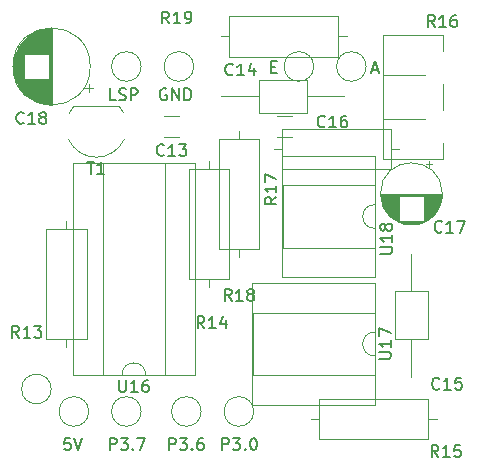
<source format=gbr>
%TF.GenerationSoftware,KiCad,Pcbnew,5.1.10*%
%TF.CreationDate,2021-12-06T21:23:56+01:00*%
%TF.ProjectId,Magnetbandanschluss,4d61676e-6574-4626-916e-64616e736368,rev?*%
%TF.SameCoordinates,Original*%
%TF.FileFunction,Legend,Top*%
%TF.FilePolarity,Positive*%
%FSLAX46Y46*%
G04 Gerber Fmt 4.6, Leading zero omitted, Abs format (unit mm)*
G04 Created by KiCad (PCBNEW 5.1.10) date 2021-12-06 21:23:56*
%MOMM*%
%LPD*%
G01*
G04 APERTURE LIST*
%ADD10C,0.150000*%
%ADD11C,0.120000*%
G04 APERTURE END LIST*
D10*
X126861904Y-125366666D02*
X127338095Y-125366666D01*
X126766666Y-125652380D02*
X127100000Y-124652380D01*
X127433333Y-125652380D01*
X118285714Y-125128571D02*
X118619047Y-125128571D01*
X118761904Y-125652380D02*
X118285714Y-125652380D01*
X118285714Y-124652380D01*
X118761904Y-124652380D01*
X105133333Y-127952380D02*
X104657142Y-127952380D01*
X104657142Y-126952380D01*
X105419047Y-127904761D02*
X105561904Y-127952380D01*
X105800000Y-127952380D01*
X105895238Y-127904761D01*
X105942857Y-127857142D01*
X105990476Y-127761904D01*
X105990476Y-127666666D01*
X105942857Y-127571428D01*
X105895238Y-127523809D01*
X105800000Y-127476190D01*
X105609523Y-127428571D01*
X105514285Y-127380952D01*
X105466666Y-127333333D01*
X105419047Y-127238095D01*
X105419047Y-127142857D01*
X105466666Y-127047619D01*
X105514285Y-127000000D01*
X105609523Y-126952380D01*
X105847619Y-126952380D01*
X105990476Y-127000000D01*
X106419047Y-127952380D02*
X106419047Y-126952380D01*
X106800000Y-126952380D01*
X106895238Y-127000000D01*
X106942857Y-127047619D01*
X106990476Y-127142857D01*
X106990476Y-127285714D01*
X106942857Y-127380952D01*
X106895238Y-127428571D01*
X106800000Y-127476190D01*
X106419047Y-127476190D01*
X109438095Y-127000000D02*
X109342857Y-126952380D01*
X109200000Y-126952380D01*
X109057142Y-127000000D01*
X108961904Y-127095238D01*
X108914285Y-127190476D01*
X108866666Y-127380952D01*
X108866666Y-127523809D01*
X108914285Y-127714285D01*
X108961904Y-127809523D01*
X109057142Y-127904761D01*
X109200000Y-127952380D01*
X109295238Y-127952380D01*
X109438095Y-127904761D01*
X109485714Y-127857142D01*
X109485714Y-127523809D01*
X109295238Y-127523809D01*
X109914285Y-127952380D02*
X109914285Y-126952380D01*
X110485714Y-127952380D01*
X110485714Y-126952380D01*
X110961904Y-127952380D02*
X110961904Y-126952380D01*
X111200000Y-126952380D01*
X111342857Y-127000000D01*
X111438095Y-127095238D01*
X111485714Y-127190476D01*
X111533333Y-127380952D01*
X111533333Y-127523809D01*
X111485714Y-127714285D01*
X111438095Y-127809523D01*
X111342857Y-127904761D01*
X111200000Y-127952380D01*
X110961904Y-127952380D01*
X101309523Y-156552380D02*
X100833333Y-156552380D01*
X100785714Y-157028571D01*
X100833333Y-156980952D01*
X100928571Y-156933333D01*
X101166666Y-156933333D01*
X101261904Y-156980952D01*
X101309523Y-157028571D01*
X101357142Y-157123809D01*
X101357142Y-157361904D01*
X101309523Y-157457142D01*
X101261904Y-157504761D01*
X101166666Y-157552380D01*
X100928571Y-157552380D01*
X100833333Y-157504761D01*
X100785714Y-157457142D01*
X101642857Y-156552380D02*
X101976190Y-157552380D01*
X102309523Y-156552380D01*
X104647619Y-157552380D02*
X104647619Y-156552380D01*
X105028571Y-156552380D01*
X105123809Y-156600000D01*
X105171428Y-156647619D01*
X105219047Y-156742857D01*
X105219047Y-156885714D01*
X105171428Y-156980952D01*
X105123809Y-157028571D01*
X105028571Y-157076190D01*
X104647619Y-157076190D01*
X105552380Y-156552380D02*
X106171428Y-156552380D01*
X105838095Y-156933333D01*
X105980952Y-156933333D01*
X106076190Y-156980952D01*
X106123809Y-157028571D01*
X106171428Y-157123809D01*
X106171428Y-157361904D01*
X106123809Y-157457142D01*
X106076190Y-157504761D01*
X105980952Y-157552380D01*
X105695238Y-157552380D01*
X105600000Y-157504761D01*
X105552380Y-157457142D01*
X106600000Y-157457142D02*
X106647619Y-157504761D01*
X106600000Y-157552380D01*
X106552380Y-157504761D01*
X106600000Y-157457142D01*
X106600000Y-157552380D01*
X106980952Y-156552380D02*
X107647619Y-156552380D01*
X107219047Y-157552380D01*
X109647619Y-157552380D02*
X109647619Y-156552380D01*
X110028571Y-156552380D01*
X110123809Y-156600000D01*
X110171428Y-156647619D01*
X110219047Y-156742857D01*
X110219047Y-156885714D01*
X110171428Y-156980952D01*
X110123809Y-157028571D01*
X110028571Y-157076190D01*
X109647619Y-157076190D01*
X110552380Y-156552380D02*
X111171428Y-156552380D01*
X110838095Y-156933333D01*
X110980952Y-156933333D01*
X111076190Y-156980952D01*
X111123809Y-157028571D01*
X111171428Y-157123809D01*
X111171428Y-157361904D01*
X111123809Y-157457142D01*
X111076190Y-157504761D01*
X110980952Y-157552380D01*
X110695238Y-157552380D01*
X110600000Y-157504761D01*
X110552380Y-157457142D01*
X111600000Y-157457142D02*
X111647619Y-157504761D01*
X111600000Y-157552380D01*
X111552380Y-157504761D01*
X111600000Y-157457142D01*
X111600000Y-157552380D01*
X112504761Y-156552380D02*
X112314285Y-156552380D01*
X112219047Y-156600000D01*
X112171428Y-156647619D01*
X112076190Y-156790476D01*
X112028571Y-156980952D01*
X112028571Y-157361904D01*
X112076190Y-157457142D01*
X112123809Y-157504761D01*
X112219047Y-157552380D01*
X112409523Y-157552380D01*
X112504761Y-157504761D01*
X112552380Y-157457142D01*
X112600000Y-157361904D01*
X112600000Y-157123809D01*
X112552380Y-157028571D01*
X112504761Y-156980952D01*
X112409523Y-156933333D01*
X112219047Y-156933333D01*
X112123809Y-156980952D01*
X112076190Y-157028571D01*
X112028571Y-157123809D01*
X114147619Y-157552380D02*
X114147619Y-156552380D01*
X114528571Y-156552380D01*
X114623809Y-156600000D01*
X114671428Y-156647619D01*
X114719047Y-156742857D01*
X114719047Y-156885714D01*
X114671428Y-156980952D01*
X114623809Y-157028571D01*
X114528571Y-157076190D01*
X114147619Y-157076190D01*
X115052380Y-156552380D02*
X115671428Y-156552380D01*
X115338095Y-156933333D01*
X115480952Y-156933333D01*
X115576190Y-156980952D01*
X115623809Y-157028571D01*
X115671428Y-157123809D01*
X115671428Y-157361904D01*
X115623809Y-157457142D01*
X115576190Y-157504761D01*
X115480952Y-157552380D01*
X115195238Y-157552380D01*
X115100000Y-157504761D01*
X115052380Y-157457142D01*
X116100000Y-157457142D02*
X116147619Y-157504761D01*
X116100000Y-157552380D01*
X116052380Y-157504761D01*
X116100000Y-157457142D01*
X116100000Y-157552380D01*
X116766666Y-156552380D02*
X116861904Y-156552380D01*
X116957142Y-156600000D01*
X117004761Y-156647619D01*
X117052380Y-156742857D01*
X117100000Y-156933333D01*
X117100000Y-157171428D01*
X117052380Y-157361904D01*
X117004761Y-157457142D01*
X116957142Y-157504761D01*
X116861904Y-157552380D01*
X116766666Y-157552380D01*
X116671428Y-157504761D01*
X116623809Y-157457142D01*
X116576190Y-157361904D01*
X116528571Y-157171428D01*
X116528571Y-156933333D01*
X116576190Y-156742857D01*
X116623809Y-156647619D01*
X116671428Y-156600000D01*
X116766666Y-156552380D01*
D11*
%TO.C,TP4*%
X99676000Y-152400000D02*
G75*
G03*
X99676000Y-152400000I-1251000J0D01*
G01*
%TO.C,TP3*%
X107296000Y-125095000D02*
G75*
G03*
X107296000Y-125095000I-1251000J0D01*
G01*
%TO.C,TP2*%
X126346000Y-125095000D02*
G75*
G03*
X126346000Y-125095000I-1251000J0D01*
G01*
%TO.C,TP1*%
X121901000Y-125095000D02*
G75*
G03*
X121901000Y-125095000I-1251000J0D01*
G01*
%TO.C,X12*%
X116821000Y-154305000D02*
G75*
G03*
X116821000Y-154305000I-1251000J0D01*
G01*
%TO.C,X4*%
X111741000Y-125095000D02*
G75*
G03*
X111741000Y-125095000I-1251000J0D01*
G01*
%TO.C,X3*%
X112376000Y-154305000D02*
G75*
G03*
X112376000Y-154305000I-1251000J0D01*
G01*
%TO.C,X2*%
X107296000Y-154305000D02*
G75*
G03*
X107296000Y-154305000I-1251000J0D01*
G01*
%TO.C,X1*%
X102851000Y-154305000D02*
G75*
G03*
X102851000Y-154305000I-1251000J0D01*
G01*
%TO.C,R18*%
X115570000Y-130580000D02*
X115570000Y-131270000D01*
X115570000Y-141200000D02*
X115570000Y-140510000D01*
X113850000Y-131270000D02*
X113850000Y-140510000D01*
X117290000Y-131270000D02*
X113850000Y-131270000D01*
X117290000Y-140510000D02*
X117290000Y-131270000D01*
X113850000Y-140510000D02*
X117290000Y-140510000D01*
%TO.C,R17*%
X129135000Y-132080000D02*
X128445000Y-132080000D01*
X118515000Y-132080000D02*
X119205000Y-132080000D01*
X128445000Y-130360000D02*
X119205000Y-130360000D01*
X128445000Y-133800000D02*
X128445000Y-130360000D01*
X119205000Y-133800000D02*
X128445000Y-133800000D01*
X119205000Y-130360000D02*
X119205000Y-133800000D01*
%TO.C,R16*%
X127795000Y-129545000D02*
X127795000Y-125805000D01*
X132836000Y-128749000D02*
X132836000Y-126600000D01*
X131334000Y-125805000D02*
X127795000Y-125805000D01*
X131334000Y-129545000D02*
X127795000Y-129545000D01*
X132836000Y-128749000D02*
X132836000Y-126600000D01*
X132836000Y-132946000D02*
X132836000Y-131601000D01*
X132836000Y-123750000D02*
X132836000Y-122405000D01*
X127795000Y-132946000D02*
X127795000Y-122405000D01*
X132836000Y-122405000D02*
X127795000Y-122405000D01*
X132836000Y-132946000D02*
X127795000Y-132946000D01*
%TO.C,C16*%
X120029000Y-129255000D02*
X118771000Y-129255000D01*
X120029000Y-131095000D02*
X118771000Y-131095000D01*
%TO.C,R19*%
X124690000Y-122555000D02*
X124000000Y-122555000D01*
X114070000Y-122555000D02*
X114760000Y-122555000D01*
X124000000Y-120835000D02*
X114760000Y-120835000D01*
X124000000Y-124275000D02*
X124000000Y-120835000D01*
X114760000Y-124275000D02*
X124000000Y-124275000D01*
X114760000Y-120835000D02*
X114760000Y-124275000D01*
%TO.C,C14*%
X124490000Y-127635000D02*
X121300000Y-127635000D01*
X114070000Y-127635000D02*
X117260000Y-127635000D01*
X121300000Y-126215000D02*
X117260000Y-126215000D01*
X121300000Y-129055000D02*
X121300000Y-126215000D01*
X117260000Y-129055000D02*
X121300000Y-129055000D01*
X117260000Y-126215000D02*
X117260000Y-129055000D01*
%TO.C,C13*%
X110504000Y-129255000D02*
X109246000Y-129255000D01*
X110504000Y-131095000D02*
X109246000Y-131095000D01*
%TO.C,R13*%
X100965000Y-148820000D02*
X100965000Y-148130000D01*
X100965000Y-138200000D02*
X100965000Y-138890000D01*
X102685000Y-148130000D02*
X102685000Y-138890000D01*
X99245000Y-148130000D02*
X102685000Y-148130000D01*
X99245000Y-138890000D02*
X99245000Y-148130000D01*
X102685000Y-138890000D02*
X99245000Y-138890000D01*
%TO.C,T1*%
X105445000Y-128475000D02*
X101595000Y-128475000D01*
X101202617Y-129062736D02*
G75*
G02*
X101595000Y-128475000I2302383J-1112264D01*
G01*
X101148600Y-131273807D02*
G75*
G03*
X103505000Y-132775000I2356400J1098807D01*
G01*
X105861400Y-131273807D02*
G75*
G02*
X103505000Y-132775000I-2356400J1098807D01*
G01*
X105827631Y-129052955D02*
G75*
G03*
X105445000Y-128475000I-2322631J-1122045D01*
G01*
%TO.C,C17*%
X131900000Y-133315225D02*
X131400000Y-133315225D01*
X131650000Y-133065225D02*
X131650000Y-133565225D01*
X130459000Y-138471000D02*
X129891000Y-138471000D01*
X130693000Y-138431000D02*
X129657000Y-138431000D01*
X130852000Y-138391000D02*
X129498000Y-138391000D01*
X130980000Y-138351000D02*
X129370000Y-138351000D01*
X131090000Y-138311000D02*
X129260000Y-138311000D01*
X131186000Y-138271000D02*
X129164000Y-138271000D01*
X131273000Y-138231000D02*
X129077000Y-138231000D01*
X131353000Y-138191000D02*
X128997000Y-138191000D01*
X129135000Y-138151000D02*
X128924000Y-138151000D01*
X131426000Y-138151000D02*
X131215000Y-138151000D01*
X129135000Y-138111000D02*
X128856000Y-138111000D01*
X131494000Y-138111000D02*
X131215000Y-138111000D01*
X129135000Y-138071000D02*
X128792000Y-138071000D01*
X131558000Y-138071000D02*
X131215000Y-138071000D01*
X129135000Y-138031000D02*
X128732000Y-138031000D01*
X131618000Y-138031000D02*
X131215000Y-138031000D01*
X129135000Y-137991000D02*
X128675000Y-137991000D01*
X131675000Y-137991000D02*
X131215000Y-137991000D01*
X129135000Y-137951000D02*
X128621000Y-137951000D01*
X131729000Y-137951000D02*
X131215000Y-137951000D01*
X129135000Y-137911000D02*
X128570000Y-137911000D01*
X131780000Y-137911000D02*
X131215000Y-137911000D01*
X129135000Y-137871000D02*
X128522000Y-137871000D01*
X131828000Y-137871000D02*
X131215000Y-137871000D01*
X129135000Y-137831000D02*
X128476000Y-137831000D01*
X131874000Y-137831000D02*
X131215000Y-137831000D01*
X129135000Y-137791000D02*
X128432000Y-137791000D01*
X131918000Y-137791000D02*
X131215000Y-137791000D01*
X129135000Y-137751000D02*
X128390000Y-137751000D01*
X131960000Y-137751000D02*
X131215000Y-137751000D01*
X129135000Y-137711000D02*
X128349000Y-137711000D01*
X132001000Y-137711000D02*
X131215000Y-137711000D01*
X129135000Y-137671000D02*
X128311000Y-137671000D01*
X132039000Y-137671000D02*
X131215000Y-137671000D01*
X129135000Y-137631000D02*
X128274000Y-137631000D01*
X132076000Y-137631000D02*
X131215000Y-137631000D01*
X129135000Y-137591000D02*
X128238000Y-137591000D01*
X132112000Y-137591000D02*
X131215000Y-137591000D01*
X129135000Y-137551000D02*
X128204000Y-137551000D01*
X132146000Y-137551000D02*
X131215000Y-137551000D01*
X129135000Y-137511000D02*
X128171000Y-137511000D01*
X132179000Y-137511000D02*
X131215000Y-137511000D01*
X129135000Y-137471000D02*
X128140000Y-137471000D01*
X132210000Y-137471000D02*
X131215000Y-137471000D01*
X129135000Y-137431000D02*
X128110000Y-137431000D01*
X132240000Y-137431000D02*
X131215000Y-137431000D01*
X129135000Y-137391000D02*
X128080000Y-137391000D01*
X132270000Y-137391000D02*
X131215000Y-137391000D01*
X129135000Y-137351000D02*
X128053000Y-137351000D01*
X132297000Y-137351000D02*
X131215000Y-137351000D01*
X129135000Y-137311000D02*
X128026000Y-137311000D01*
X132324000Y-137311000D02*
X131215000Y-137311000D01*
X129135000Y-137271000D02*
X128000000Y-137271000D01*
X132350000Y-137271000D02*
X131215000Y-137271000D01*
X129135000Y-137231000D02*
X127975000Y-137231000D01*
X132375000Y-137231000D02*
X131215000Y-137231000D01*
X129135000Y-137191000D02*
X127951000Y-137191000D01*
X132399000Y-137191000D02*
X131215000Y-137191000D01*
X129135000Y-137151000D02*
X127928000Y-137151000D01*
X132422000Y-137151000D02*
X131215000Y-137151000D01*
X129135000Y-137111000D02*
X127907000Y-137111000D01*
X132443000Y-137111000D02*
X131215000Y-137111000D01*
X129135000Y-137071000D02*
X127885000Y-137071000D01*
X132465000Y-137071000D02*
X131215000Y-137071000D01*
X129135000Y-137031000D02*
X127865000Y-137031000D01*
X132485000Y-137031000D02*
X131215000Y-137031000D01*
X129135000Y-136991000D02*
X127846000Y-136991000D01*
X132504000Y-136991000D02*
X131215000Y-136991000D01*
X129135000Y-136951000D02*
X127827000Y-136951000D01*
X132523000Y-136951000D02*
X131215000Y-136951000D01*
X129135000Y-136911000D02*
X127810000Y-136911000D01*
X132540000Y-136911000D02*
X131215000Y-136911000D01*
X129135000Y-136871000D02*
X127793000Y-136871000D01*
X132557000Y-136871000D02*
X131215000Y-136871000D01*
X129135000Y-136831000D02*
X127777000Y-136831000D01*
X132573000Y-136831000D02*
X131215000Y-136831000D01*
X129135000Y-136791000D02*
X127761000Y-136791000D01*
X132589000Y-136791000D02*
X131215000Y-136791000D01*
X129135000Y-136751000D02*
X127747000Y-136751000D01*
X132603000Y-136751000D02*
X131215000Y-136751000D01*
X129135000Y-136711000D02*
X127733000Y-136711000D01*
X132617000Y-136711000D02*
X131215000Y-136711000D01*
X129135000Y-136671000D02*
X127720000Y-136671000D01*
X132630000Y-136671000D02*
X131215000Y-136671000D01*
X129135000Y-136631000D02*
X127707000Y-136631000D01*
X132643000Y-136631000D02*
X131215000Y-136631000D01*
X129135000Y-136591000D02*
X127695000Y-136591000D01*
X132655000Y-136591000D02*
X131215000Y-136591000D01*
X129135000Y-136550000D02*
X127684000Y-136550000D01*
X132666000Y-136550000D02*
X131215000Y-136550000D01*
X129135000Y-136510000D02*
X127674000Y-136510000D01*
X132676000Y-136510000D02*
X131215000Y-136510000D01*
X129135000Y-136470000D02*
X127664000Y-136470000D01*
X132686000Y-136470000D02*
X131215000Y-136470000D01*
X129135000Y-136430000D02*
X127655000Y-136430000D01*
X132695000Y-136430000D02*
X131215000Y-136430000D01*
X129135000Y-136390000D02*
X127647000Y-136390000D01*
X132703000Y-136390000D02*
X131215000Y-136390000D01*
X129135000Y-136350000D02*
X127639000Y-136350000D01*
X132711000Y-136350000D02*
X131215000Y-136350000D01*
X129135000Y-136310000D02*
X127632000Y-136310000D01*
X132718000Y-136310000D02*
X131215000Y-136310000D01*
X129135000Y-136270000D02*
X127625000Y-136270000D01*
X132725000Y-136270000D02*
X131215000Y-136270000D01*
X129135000Y-136230000D02*
X127619000Y-136230000D01*
X132731000Y-136230000D02*
X131215000Y-136230000D01*
X129135000Y-136190000D02*
X127614000Y-136190000D01*
X132736000Y-136190000D02*
X131215000Y-136190000D01*
X129135000Y-136150000D02*
X127610000Y-136150000D01*
X132740000Y-136150000D02*
X131215000Y-136150000D01*
X129135000Y-136110000D02*
X127606000Y-136110000D01*
X132744000Y-136110000D02*
X131215000Y-136110000D01*
X132748000Y-136070000D02*
X127602000Y-136070000D01*
X132751000Y-136030000D02*
X127599000Y-136030000D01*
X132753000Y-135990000D02*
X127597000Y-135990000D01*
X132754000Y-135950000D02*
X127596000Y-135950000D01*
X132755000Y-135910000D02*
X127595000Y-135910000D01*
X132755000Y-135870000D02*
X127595000Y-135870000D01*
X132795000Y-135870000D02*
G75*
G03*
X132795000Y-135870000I-2620000J0D01*
G01*
%TO.C,C15*%
X130175000Y-140940000D02*
X130175000Y-144130000D01*
X130175000Y-151360000D02*
X130175000Y-148170000D01*
X128755000Y-144130000D02*
X128755000Y-148170000D01*
X131595000Y-144130000D02*
X128755000Y-144130000D01*
X131595000Y-148170000D02*
X131595000Y-144130000D01*
X128755000Y-148170000D02*
X131595000Y-148170000D01*
%TO.C,R14*%
X113030000Y-133120000D02*
X113030000Y-133810000D01*
X113030000Y-143740000D02*
X113030000Y-143050000D01*
X111310000Y-133810000D02*
X111310000Y-143050000D01*
X114750000Y-133810000D02*
X111310000Y-133810000D01*
X114750000Y-143050000D02*
X114750000Y-133810000D01*
X111310000Y-143050000D02*
X114750000Y-143050000D01*
%TO.C,R15*%
X132310000Y-154940000D02*
X131620000Y-154940000D01*
X121690000Y-154940000D02*
X122380000Y-154940000D01*
X131620000Y-153220000D02*
X122380000Y-153220000D01*
X131620000Y-156660000D02*
X131620000Y-153220000D01*
X122380000Y-156660000D02*
X131620000Y-156660000D01*
X122380000Y-153220000D02*
X122380000Y-156660000D01*
%TO.C,U18*%
X127120000Y-142935000D02*
X127120000Y-132655000D01*
X119260000Y-142935000D02*
X127120000Y-142935000D01*
X119260000Y-132655000D02*
X119260000Y-142935000D01*
X127120000Y-132655000D02*
X119260000Y-132655000D01*
X127060000Y-140445000D02*
X127060000Y-138795000D01*
X119320000Y-140445000D02*
X127060000Y-140445000D01*
X119320000Y-135145000D02*
X119320000Y-140445000D01*
X127060000Y-135145000D02*
X119320000Y-135145000D01*
X127060000Y-136795000D02*
X127060000Y-135145000D01*
X127060000Y-138795000D02*
G75*
G02*
X127060000Y-136795000I0J1000000D01*
G01*
%TO.C,U17*%
X127120000Y-153730000D02*
X127120000Y-143450000D01*
X116720000Y-153730000D02*
X127120000Y-153730000D01*
X116720000Y-143450000D02*
X116720000Y-153730000D01*
X127120000Y-143450000D02*
X116720000Y-143450000D01*
X127060000Y-151240000D02*
X127060000Y-149590000D01*
X116780000Y-151240000D02*
X127060000Y-151240000D01*
X116780000Y-145940000D02*
X116780000Y-151240000D01*
X127060000Y-145940000D02*
X116780000Y-145940000D01*
X127060000Y-147590000D02*
X127060000Y-145940000D01*
X127060000Y-149590000D02*
G75*
G02*
X127060000Y-147590000I0J1000000D01*
G01*
%TO.C,U16*%
X101540000Y-151250000D02*
X111820000Y-151250000D01*
X101540000Y-133230000D02*
X101540000Y-151250000D01*
X111820000Y-133230000D02*
X101540000Y-133230000D01*
X111820000Y-151250000D02*
X111820000Y-133230000D01*
X104030000Y-151190000D02*
X105680000Y-151190000D01*
X104030000Y-133290000D02*
X104030000Y-151190000D01*
X109330000Y-133290000D02*
X104030000Y-133290000D01*
X109330000Y-151190000D02*
X109330000Y-133290000D01*
X107680000Y-151190000D02*
X109330000Y-151190000D01*
X105680000Y-151190000D02*
G75*
G02*
X107680000Y-151190000I1000000J0D01*
G01*
%TO.C,C18*%
X102900241Y-127249000D02*
X102900241Y-126619000D01*
X103215241Y-126934000D02*
X102585241Y-126934000D01*
X96474000Y-125497000D02*
X96474000Y-124693000D01*
X96514000Y-125728000D02*
X96514000Y-124462000D01*
X96554000Y-125897000D02*
X96554000Y-124293000D01*
X96594000Y-126035000D02*
X96594000Y-124155000D01*
X96634000Y-126154000D02*
X96634000Y-124036000D01*
X96674000Y-126260000D02*
X96674000Y-123930000D01*
X96714000Y-126357000D02*
X96714000Y-123833000D01*
X96754000Y-126445000D02*
X96754000Y-123745000D01*
X96794000Y-126527000D02*
X96794000Y-123663000D01*
X96834000Y-126604000D02*
X96834000Y-123586000D01*
X96874000Y-126676000D02*
X96874000Y-123514000D01*
X96914000Y-126745000D02*
X96914000Y-123445000D01*
X96954000Y-126809000D02*
X96954000Y-123381000D01*
X96994000Y-126871000D02*
X96994000Y-123319000D01*
X97034000Y-126929000D02*
X97034000Y-123261000D01*
X97074000Y-126985000D02*
X97074000Y-123205000D01*
X97114000Y-127039000D02*
X97114000Y-123151000D01*
X97154000Y-127090000D02*
X97154000Y-123100000D01*
X97194000Y-127139000D02*
X97194000Y-123051000D01*
X97234000Y-127187000D02*
X97234000Y-123003000D01*
X97274000Y-127232000D02*
X97274000Y-122958000D01*
X97314000Y-127277000D02*
X97314000Y-122913000D01*
X97354000Y-127319000D02*
X97354000Y-122871000D01*
X97394000Y-127360000D02*
X97394000Y-122830000D01*
X97434000Y-124055000D02*
X97434000Y-122790000D01*
X97434000Y-127400000D02*
X97434000Y-126135000D01*
X97474000Y-124055000D02*
X97474000Y-122752000D01*
X97474000Y-127438000D02*
X97474000Y-126135000D01*
X97514000Y-124055000D02*
X97514000Y-122715000D01*
X97514000Y-127475000D02*
X97514000Y-126135000D01*
X97554000Y-124055000D02*
X97554000Y-122679000D01*
X97554000Y-127511000D02*
X97554000Y-126135000D01*
X97594000Y-124055000D02*
X97594000Y-122645000D01*
X97594000Y-127545000D02*
X97594000Y-126135000D01*
X97634000Y-124055000D02*
X97634000Y-122611000D01*
X97634000Y-127579000D02*
X97634000Y-126135000D01*
X97674000Y-124055000D02*
X97674000Y-122579000D01*
X97674000Y-127611000D02*
X97674000Y-126135000D01*
X97714000Y-124055000D02*
X97714000Y-122547000D01*
X97714000Y-127643000D02*
X97714000Y-126135000D01*
X97754000Y-124055000D02*
X97754000Y-122517000D01*
X97754000Y-127673000D02*
X97754000Y-126135000D01*
X97794000Y-124055000D02*
X97794000Y-122488000D01*
X97794000Y-127702000D02*
X97794000Y-126135000D01*
X97834000Y-124055000D02*
X97834000Y-122459000D01*
X97834000Y-127731000D02*
X97834000Y-126135000D01*
X97874000Y-124055000D02*
X97874000Y-122431000D01*
X97874000Y-127759000D02*
X97874000Y-126135000D01*
X97914000Y-124055000D02*
X97914000Y-122405000D01*
X97914000Y-127785000D02*
X97914000Y-126135000D01*
X97954000Y-124055000D02*
X97954000Y-122379000D01*
X97954000Y-127811000D02*
X97954000Y-126135000D01*
X97994000Y-124055000D02*
X97994000Y-122353000D01*
X97994000Y-127837000D02*
X97994000Y-126135000D01*
X98034000Y-124055000D02*
X98034000Y-122329000D01*
X98034000Y-127861000D02*
X98034000Y-126135000D01*
X98074000Y-124055000D02*
X98074000Y-122305000D01*
X98074000Y-127885000D02*
X98074000Y-126135000D01*
X98114000Y-124055000D02*
X98114000Y-122283000D01*
X98114000Y-127907000D02*
X98114000Y-126135000D01*
X98154000Y-124055000D02*
X98154000Y-122261000D01*
X98154000Y-127929000D02*
X98154000Y-126135000D01*
X98194000Y-124055000D02*
X98194000Y-122239000D01*
X98194000Y-127951000D02*
X98194000Y-126135000D01*
X98234000Y-124055000D02*
X98234000Y-122219000D01*
X98234000Y-127971000D02*
X98234000Y-126135000D01*
X98274000Y-124055000D02*
X98274000Y-122199000D01*
X98274000Y-127991000D02*
X98274000Y-126135000D01*
X98314000Y-124055000D02*
X98314000Y-122179000D01*
X98314000Y-128011000D02*
X98314000Y-126135000D01*
X98354000Y-124055000D02*
X98354000Y-122161000D01*
X98354000Y-128029000D02*
X98354000Y-126135000D01*
X98394000Y-124055000D02*
X98394000Y-122143000D01*
X98394000Y-128047000D02*
X98394000Y-126135000D01*
X98434000Y-124055000D02*
X98434000Y-122125000D01*
X98434000Y-128065000D02*
X98434000Y-126135000D01*
X98474000Y-124055000D02*
X98474000Y-122109000D01*
X98474000Y-128081000D02*
X98474000Y-126135000D01*
X98514000Y-124055000D02*
X98514000Y-122093000D01*
X98514000Y-128097000D02*
X98514000Y-126135000D01*
X98554000Y-124055000D02*
X98554000Y-122077000D01*
X98554000Y-128113000D02*
X98554000Y-126135000D01*
X98594000Y-124055000D02*
X98594000Y-122062000D01*
X98594000Y-128128000D02*
X98594000Y-126135000D01*
X98634000Y-124055000D02*
X98634000Y-122048000D01*
X98634000Y-128142000D02*
X98634000Y-126135000D01*
X98674000Y-124055000D02*
X98674000Y-122034000D01*
X98674000Y-128156000D02*
X98674000Y-126135000D01*
X98714000Y-124055000D02*
X98714000Y-122021000D01*
X98714000Y-128169000D02*
X98714000Y-126135000D01*
X98754000Y-124055000D02*
X98754000Y-122009000D01*
X98754000Y-128181000D02*
X98754000Y-126135000D01*
X98794000Y-124055000D02*
X98794000Y-121997000D01*
X98794000Y-128193000D02*
X98794000Y-126135000D01*
X98834000Y-124055000D02*
X98834000Y-121985000D01*
X98834000Y-128205000D02*
X98834000Y-126135000D01*
X98874000Y-124055000D02*
X98874000Y-121974000D01*
X98874000Y-128216000D02*
X98874000Y-126135000D01*
X98914000Y-124055000D02*
X98914000Y-121964000D01*
X98914000Y-128226000D02*
X98914000Y-126135000D01*
X98954000Y-124055000D02*
X98954000Y-121954000D01*
X98954000Y-128236000D02*
X98954000Y-126135000D01*
X98994000Y-124055000D02*
X98994000Y-121945000D01*
X98994000Y-128245000D02*
X98994000Y-126135000D01*
X99035000Y-124055000D02*
X99035000Y-121936000D01*
X99035000Y-128254000D02*
X99035000Y-126135000D01*
X99075000Y-124055000D02*
X99075000Y-121928000D01*
X99075000Y-128262000D02*
X99075000Y-126135000D01*
X99115000Y-124055000D02*
X99115000Y-121920000D01*
X99115000Y-128270000D02*
X99115000Y-126135000D01*
X99155000Y-124055000D02*
X99155000Y-121913000D01*
X99155000Y-128277000D02*
X99155000Y-126135000D01*
X99195000Y-124055000D02*
X99195000Y-121906000D01*
X99195000Y-128284000D02*
X99195000Y-126135000D01*
X99235000Y-124055000D02*
X99235000Y-121900000D01*
X99235000Y-128290000D02*
X99235000Y-126135000D01*
X99275000Y-124055000D02*
X99275000Y-121894000D01*
X99275000Y-128296000D02*
X99275000Y-126135000D01*
X99315000Y-124055000D02*
X99315000Y-121889000D01*
X99315000Y-128301000D02*
X99315000Y-126135000D01*
X99355000Y-124055000D02*
X99355000Y-121884000D01*
X99355000Y-128306000D02*
X99355000Y-126135000D01*
X99395000Y-124055000D02*
X99395000Y-121880000D01*
X99395000Y-128310000D02*
X99395000Y-126135000D01*
X99435000Y-124055000D02*
X99435000Y-121877000D01*
X99435000Y-128313000D02*
X99435000Y-126135000D01*
X99475000Y-124055000D02*
X99475000Y-121873000D01*
X99475000Y-128317000D02*
X99475000Y-126135000D01*
X99515000Y-128319000D02*
X99515000Y-121871000D01*
X99555000Y-128322000D02*
X99555000Y-121868000D01*
X99595000Y-128323000D02*
X99595000Y-121867000D01*
X99635000Y-128325000D02*
X99635000Y-121865000D01*
X99675000Y-128325000D02*
X99675000Y-121865000D01*
X99715000Y-128325000D02*
X99715000Y-121865000D01*
X102985000Y-125095000D02*
G75*
G03*
X102985000Y-125095000I-3270000J0D01*
G01*
%TO.C,R18*%
D10*
X114957142Y-144952380D02*
X114623809Y-144476190D01*
X114385714Y-144952380D02*
X114385714Y-143952380D01*
X114766666Y-143952380D01*
X114861904Y-144000000D01*
X114909523Y-144047619D01*
X114957142Y-144142857D01*
X114957142Y-144285714D01*
X114909523Y-144380952D01*
X114861904Y-144428571D01*
X114766666Y-144476190D01*
X114385714Y-144476190D01*
X115909523Y-144952380D02*
X115338095Y-144952380D01*
X115623809Y-144952380D02*
X115623809Y-143952380D01*
X115528571Y-144095238D01*
X115433333Y-144190476D01*
X115338095Y-144238095D01*
X116480952Y-144380952D02*
X116385714Y-144333333D01*
X116338095Y-144285714D01*
X116290476Y-144190476D01*
X116290476Y-144142857D01*
X116338095Y-144047619D01*
X116385714Y-144000000D01*
X116480952Y-143952380D01*
X116671428Y-143952380D01*
X116766666Y-144000000D01*
X116814285Y-144047619D01*
X116861904Y-144142857D01*
X116861904Y-144190476D01*
X116814285Y-144285714D01*
X116766666Y-144333333D01*
X116671428Y-144380952D01*
X116480952Y-144380952D01*
X116385714Y-144428571D01*
X116338095Y-144476190D01*
X116290476Y-144571428D01*
X116290476Y-144761904D01*
X116338095Y-144857142D01*
X116385714Y-144904761D01*
X116480952Y-144952380D01*
X116671428Y-144952380D01*
X116766666Y-144904761D01*
X116814285Y-144857142D01*
X116861904Y-144761904D01*
X116861904Y-144571428D01*
X116814285Y-144476190D01*
X116766666Y-144428571D01*
X116671428Y-144380952D01*
%TO.C,R17*%
X118752380Y-136142857D02*
X118276190Y-136476190D01*
X118752380Y-136714285D02*
X117752380Y-136714285D01*
X117752380Y-136333333D01*
X117800000Y-136238095D01*
X117847619Y-136190476D01*
X117942857Y-136142857D01*
X118085714Y-136142857D01*
X118180952Y-136190476D01*
X118228571Y-136238095D01*
X118276190Y-136333333D01*
X118276190Y-136714285D01*
X118752380Y-135190476D02*
X118752380Y-135761904D01*
X118752380Y-135476190D02*
X117752380Y-135476190D01*
X117895238Y-135571428D01*
X117990476Y-135666666D01*
X118038095Y-135761904D01*
X117752380Y-134857142D02*
X117752380Y-134190476D01*
X118752380Y-134619047D01*
%TO.C,R16*%
X132157142Y-121752380D02*
X131823809Y-121276190D01*
X131585714Y-121752380D02*
X131585714Y-120752380D01*
X131966666Y-120752380D01*
X132061904Y-120800000D01*
X132109523Y-120847619D01*
X132157142Y-120942857D01*
X132157142Y-121085714D01*
X132109523Y-121180952D01*
X132061904Y-121228571D01*
X131966666Y-121276190D01*
X131585714Y-121276190D01*
X133109523Y-121752380D02*
X132538095Y-121752380D01*
X132823809Y-121752380D02*
X132823809Y-120752380D01*
X132728571Y-120895238D01*
X132633333Y-120990476D01*
X132538095Y-121038095D01*
X133966666Y-120752380D02*
X133776190Y-120752380D01*
X133680952Y-120800000D01*
X133633333Y-120847619D01*
X133538095Y-120990476D01*
X133490476Y-121180952D01*
X133490476Y-121561904D01*
X133538095Y-121657142D01*
X133585714Y-121704761D01*
X133680952Y-121752380D01*
X133871428Y-121752380D01*
X133966666Y-121704761D01*
X134014285Y-121657142D01*
X134061904Y-121561904D01*
X134061904Y-121323809D01*
X134014285Y-121228571D01*
X133966666Y-121180952D01*
X133871428Y-121133333D01*
X133680952Y-121133333D01*
X133585714Y-121180952D01*
X133538095Y-121228571D01*
X133490476Y-121323809D01*
%TO.C,C16*%
X122857142Y-130157142D02*
X122809523Y-130204761D01*
X122666666Y-130252380D01*
X122571428Y-130252380D01*
X122428571Y-130204761D01*
X122333333Y-130109523D01*
X122285714Y-130014285D01*
X122238095Y-129823809D01*
X122238095Y-129680952D01*
X122285714Y-129490476D01*
X122333333Y-129395238D01*
X122428571Y-129300000D01*
X122571428Y-129252380D01*
X122666666Y-129252380D01*
X122809523Y-129300000D01*
X122857142Y-129347619D01*
X123809523Y-130252380D02*
X123238095Y-130252380D01*
X123523809Y-130252380D02*
X123523809Y-129252380D01*
X123428571Y-129395238D01*
X123333333Y-129490476D01*
X123238095Y-129538095D01*
X124666666Y-129252380D02*
X124476190Y-129252380D01*
X124380952Y-129300000D01*
X124333333Y-129347619D01*
X124238095Y-129490476D01*
X124190476Y-129680952D01*
X124190476Y-130061904D01*
X124238095Y-130157142D01*
X124285714Y-130204761D01*
X124380952Y-130252380D01*
X124571428Y-130252380D01*
X124666666Y-130204761D01*
X124714285Y-130157142D01*
X124761904Y-130061904D01*
X124761904Y-129823809D01*
X124714285Y-129728571D01*
X124666666Y-129680952D01*
X124571428Y-129633333D01*
X124380952Y-129633333D01*
X124285714Y-129680952D01*
X124238095Y-129728571D01*
X124190476Y-129823809D01*
%TO.C,R19*%
X109657142Y-121452380D02*
X109323809Y-120976190D01*
X109085714Y-121452380D02*
X109085714Y-120452380D01*
X109466666Y-120452380D01*
X109561904Y-120500000D01*
X109609523Y-120547619D01*
X109657142Y-120642857D01*
X109657142Y-120785714D01*
X109609523Y-120880952D01*
X109561904Y-120928571D01*
X109466666Y-120976190D01*
X109085714Y-120976190D01*
X110609523Y-121452380D02*
X110038095Y-121452380D01*
X110323809Y-121452380D02*
X110323809Y-120452380D01*
X110228571Y-120595238D01*
X110133333Y-120690476D01*
X110038095Y-120738095D01*
X111085714Y-121452380D02*
X111276190Y-121452380D01*
X111371428Y-121404761D01*
X111419047Y-121357142D01*
X111514285Y-121214285D01*
X111561904Y-121023809D01*
X111561904Y-120642857D01*
X111514285Y-120547619D01*
X111466666Y-120500000D01*
X111371428Y-120452380D01*
X111180952Y-120452380D01*
X111085714Y-120500000D01*
X111038095Y-120547619D01*
X110990476Y-120642857D01*
X110990476Y-120880952D01*
X111038095Y-120976190D01*
X111085714Y-121023809D01*
X111180952Y-121071428D01*
X111371428Y-121071428D01*
X111466666Y-121023809D01*
X111514285Y-120976190D01*
X111561904Y-120880952D01*
%TO.C,C14*%
X115057142Y-125757142D02*
X115009523Y-125804761D01*
X114866666Y-125852380D01*
X114771428Y-125852380D01*
X114628571Y-125804761D01*
X114533333Y-125709523D01*
X114485714Y-125614285D01*
X114438095Y-125423809D01*
X114438095Y-125280952D01*
X114485714Y-125090476D01*
X114533333Y-124995238D01*
X114628571Y-124900000D01*
X114771428Y-124852380D01*
X114866666Y-124852380D01*
X115009523Y-124900000D01*
X115057142Y-124947619D01*
X116009523Y-125852380D02*
X115438095Y-125852380D01*
X115723809Y-125852380D02*
X115723809Y-124852380D01*
X115628571Y-124995238D01*
X115533333Y-125090476D01*
X115438095Y-125138095D01*
X116866666Y-125185714D02*
X116866666Y-125852380D01*
X116628571Y-124804761D02*
X116390476Y-125519047D01*
X117009523Y-125519047D01*
%TO.C,C13*%
X109232142Y-132582142D02*
X109184523Y-132629761D01*
X109041666Y-132677380D01*
X108946428Y-132677380D01*
X108803571Y-132629761D01*
X108708333Y-132534523D01*
X108660714Y-132439285D01*
X108613095Y-132248809D01*
X108613095Y-132105952D01*
X108660714Y-131915476D01*
X108708333Y-131820238D01*
X108803571Y-131725000D01*
X108946428Y-131677380D01*
X109041666Y-131677380D01*
X109184523Y-131725000D01*
X109232142Y-131772619D01*
X110184523Y-132677380D02*
X109613095Y-132677380D01*
X109898809Y-132677380D02*
X109898809Y-131677380D01*
X109803571Y-131820238D01*
X109708333Y-131915476D01*
X109613095Y-131963095D01*
X110517857Y-131677380D02*
X111136904Y-131677380D01*
X110803571Y-132058333D01*
X110946428Y-132058333D01*
X111041666Y-132105952D01*
X111089285Y-132153571D01*
X111136904Y-132248809D01*
X111136904Y-132486904D01*
X111089285Y-132582142D01*
X111041666Y-132629761D01*
X110946428Y-132677380D01*
X110660714Y-132677380D01*
X110565476Y-132629761D01*
X110517857Y-132582142D01*
%TO.C,R13*%
X96957142Y-148052380D02*
X96623809Y-147576190D01*
X96385714Y-148052380D02*
X96385714Y-147052380D01*
X96766666Y-147052380D01*
X96861904Y-147100000D01*
X96909523Y-147147619D01*
X96957142Y-147242857D01*
X96957142Y-147385714D01*
X96909523Y-147480952D01*
X96861904Y-147528571D01*
X96766666Y-147576190D01*
X96385714Y-147576190D01*
X97909523Y-148052380D02*
X97338095Y-148052380D01*
X97623809Y-148052380D02*
X97623809Y-147052380D01*
X97528571Y-147195238D01*
X97433333Y-147290476D01*
X97338095Y-147338095D01*
X98242857Y-147052380D02*
X98861904Y-147052380D01*
X98528571Y-147433333D01*
X98671428Y-147433333D01*
X98766666Y-147480952D01*
X98814285Y-147528571D01*
X98861904Y-147623809D01*
X98861904Y-147861904D01*
X98814285Y-147957142D01*
X98766666Y-148004761D01*
X98671428Y-148052380D01*
X98385714Y-148052380D01*
X98290476Y-148004761D01*
X98242857Y-147957142D01*
%TO.C,T1*%
X102743095Y-133187380D02*
X103314523Y-133187380D01*
X103028809Y-134187380D02*
X103028809Y-133187380D01*
X104171666Y-134187380D02*
X103600238Y-134187380D01*
X103885952Y-134187380D02*
X103885952Y-133187380D01*
X103790714Y-133330238D01*
X103695476Y-133425476D01*
X103600238Y-133473095D01*
%TO.C,C17*%
X132757142Y-139057142D02*
X132709523Y-139104761D01*
X132566666Y-139152380D01*
X132471428Y-139152380D01*
X132328571Y-139104761D01*
X132233333Y-139009523D01*
X132185714Y-138914285D01*
X132138095Y-138723809D01*
X132138095Y-138580952D01*
X132185714Y-138390476D01*
X132233333Y-138295238D01*
X132328571Y-138200000D01*
X132471428Y-138152380D01*
X132566666Y-138152380D01*
X132709523Y-138200000D01*
X132757142Y-138247619D01*
X133709523Y-139152380D02*
X133138095Y-139152380D01*
X133423809Y-139152380D02*
X133423809Y-138152380D01*
X133328571Y-138295238D01*
X133233333Y-138390476D01*
X133138095Y-138438095D01*
X134042857Y-138152380D02*
X134709523Y-138152380D01*
X134280952Y-139152380D01*
%TO.C,C15*%
X132557142Y-152357142D02*
X132509523Y-152404761D01*
X132366666Y-152452380D01*
X132271428Y-152452380D01*
X132128571Y-152404761D01*
X132033333Y-152309523D01*
X131985714Y-152214285D01*
X131938095Y-152023809D01*
X131938095Y-151880952D01*
X131985714Y-151690476D01*
X132033333Y-151595238D01*
X132128571Y-151500000D01*
X132271428Y-151452380D01*
X132366666Y-151452380D01*
X132509523Y-151500000D01*
X132557142Y-151547619D01*
X133509523Y-152452380D02*
X132938095Y-152452380D01*
X133223809Y-152452380D02*
X133223809Y-151452380D01*
X133128571Y-151595238D01*
X133033333Y-151690476D01*
X132938095Y-151738095D01*
X134414285Y-151452380D02*
X133938095Y-151452380D01*
X133890476Y-151928571D01*
X133938095Y-151880952D01*
X134033333Y-151833333D01*
X134271428Y-151833333D01*
X134366666Y-151880952D01*
X134414285Y-151928571D01*
X134461904Y-152023809D01*
X134461904Y-152261904D01*
X134414285Y-152357142D01*
X134366666Y-152404761D01*
X134271428Y-152452380D01*
X134033333Y-152452380D01*
X133938095Y-152404761D01*
X133890476Y-152357142D01*
%TO.C,R14*%
X112657142Y-147252380D02*
X112323809Y-146776190D01*
X112085714Y-147252380D02*
X112085714Y-146252380D01*
X112466666Y-146252380D01*
X112561904Y-146300000D01*
X112609523Y-146347619D01*
X112657142Y-146442857D01*
X112657142Y-146585714D01*
X112609523Y-146680952D01*
X112561904Y-146728571D01*
X112466666Y-146776190D01*
X112085714Y-146776190D01*
X113609523Y-147252380D02*
X113038095Y-147252380D01*
X113323809Y-147252380D02*
X113323809Y-146252380D01*
X113228571Y-146395238D01*
X113133333Y-146490476D01*
X113038095Y-146538095D01*
X114466666Y-146585714D02*
X114466666Y-147252380D01*
X114228571Y-146204761D02*
X113990476Y-146919047D01*
X114609523Y-146919047D01*
%TO.C,R15*%
X132457142Y-158152380D02*
X132123809Y-157676190D01*
X131885714Y-158152380D02*
X131885714Y-157152380D01*
X132266666Y-157152380D01*
X132361904Y-157200000D01*
X132409523Y-157247619D01*
X132457142Y-157342857D01*
X132457142Y-157485714D01*
X132409523Y-157580952D01*
X132361904Y-157628571D01*
X132266666Y-157676190D01*
X131885714Y-157676190D01*
X133409523Y-158152380D02*
X132838095Y-158152380D01*
X133123809Y-158152380D02*
X133123809Y-157152380D01*
X133028571Y-157295238D01*
X132933333Y-157390476D01*
X132838095Y-157438095D01*
X134314285Y-157152380D02*
X133838095Y-157152380D01*
X133790476Y-157628571D01*
X133838095Y-157580952D01*
X133933333Y-157533333D01*
X134171428Y-157533333D01*
X134266666Y-157580952D01*
X134314285Y-157628571D01*
X134361904Y-157723809D01*
X134361904Y-157961904D01*
X134314285Y-158057142D01*
X134266666Y-158104761D01*
X134171428Y-158152380D01*
X133933333Y-158152380D01*
X133838095Y-158104761D01*
X133790476Y-158057142D01*
%TO.C,U18*%
X127552380Y-140938095D02*
X128361904Y-140938095D01*
X128457142Y-140890476D01*
X128504761Y-140842857D01*
X128552380Y-140747619D01*
X128552380Y-140557142D01*
X128504761Y-140461904D01*
X128457142Y-140414285D01*
X128361904Y-140366666D01*
X127552380Y-140366666D01*
X128552380Y-139366666D02*
X128552380Y-139938095D01*
X128552380Y-139652380D02*
X127552380Y-139652380D01*
X127695238Y-139747619D01*
X127790476Y-139842857D01*
X127838095Y-139938095D01*
X127980952Y-138795238D02*
X127933333Y-138890476D01*
X127885714Y-138938095D01*
X127790476Y-138985714D01*
X127742857Y-138985714D01*
X127647619Y-138938095D01*
X127600000Y-138890476D01*
X127552380Y-138795238D01*
X127552380Y-138604761D01*
X127600000Y-138509523D01*
X127647619Y-138461904D01*
X127742857Y-138414285D01*
X127790476Y-138414285D01*
X127885714Y-138461904D01*
X127933333Y-138509523D01*
X127980952Y-138604761D01*
X127980952Y-138795238D01*
X128028571Y-138890476D01*
X128076190Y-138938095D01*
X128171428Y-138985714D01*
X128361904Y-138985714D01*
X128457142Y-138938095D01*
X128504761Y-138890476D01*
X128552380Y-138795238D01*
X128552380Y-138604761D01*
X128504761Y-138509523D01*
X128457142Y-138461904D01*
X128361904Y-138414285D01*
X128171428Y-138414285D01*
X128076190Y-138461904D01*
X128028571Y-138509523D01*
X127980952Y-138604761D01*
%TO.C,U17*%
X127452380Y-149838095D02*
X128261904Y-149838095D01*
X128357142Y-149790476D01*
X128404761Y-149742857D01*
X128452380Y-149647619D01*
X128452380Y-149457142D01*
X128404761Y-149361904D01*
X128357142Y-149314285D01*
X128261904Y-149266666D01*
X127452380Y-149266666D01*
X128452380Y-148266666D02*
X128452380Y-148838095D01*
X128452380Y-148552380D02*
X127452380Y-148552380D01*
X127595238Y-148647619D01*
X127690476Y-148742857D01*
X127738095Y-148838095D01*
X127452380Y-147933333D02*
X127452380Y-147266666D01*
X128452380Y-147695238D01*
%TO.C,U16*%
X105441904Y-151642380D02*
X105441904Y-152451904D01*
X105489523Y-152547142D01*
X105537142Y-152594761D01*
X105632380Y-152642380D01*
X105822857Y-152642380D01*
X105918095Y-152594761D01*
X105965714Y-152547142D01*
X106013333Y-152451904D01*
X106013333Y-151642380D01*
X107013333Y-152642380D02*
X106441904Y-152642380D01*
X106727619Y-152642380D02*
X106727619Y-151642380D01*
X106632380Y-151785238D01*
X106537142Y-151880476D01*
X106441904Y-151928095D01*
X107870476Y-151642380D02*
X107680000Y-151642380D01*
X107584761Y-151690000D01*
X107537142Y-151737619D01*
X107441904Y-151880476D01*
X107394285Y-152070952D01*
X107394285Y-152451904D01*
X107441904Y-152547142D01*
X107489523Y-152594761D01*
X107584761Y-152642380D01*
X107775238Y-152642380D01*
X107870476Y-152594761D01*
X107918095Y-152547142D01*
X107965714Y-152451904D01*
X107965714Y-152213809D01*
X107918095Y-152118571D01*
X107870476Y-152070952D01*
X107775238Y-152023333D01*
X107584761Y-152023333D01*
X107489523Y-152070952D01*
X107441904Y-152118571D01*
X107394285Y-152213809D01*
%TO.C,C18*%
X97357142Y-129857142D02*
X97309523Y-129904761D01*
X97166666Y-129952380D01*
X97071428Y-129952380D01*
X96928571Y-129904761D01*
X96833333Y-129809523D01*
X96785714Y-129714285D01*
X96738095Y-129523809D01*
X96738095Y-129380952D01*
X96785714Y-129190476D01*
X96833333Y-129095238D01*
X96928571Y-129000000D01*
X97071428Y-128952380D01*
X97166666Y-128952380D01*
X97309523Y-129000000D01*
X97357142Y-129047619D01*
X98309523Y-129952380D02*
X97738095Y-129952380D01*
X98023809Y-129952380D02*
X98023809Y-128952380D01*
X97928571Y-129095238D01*
X97833333Y-129190476D01*
X97738095Y-129238095D01*
X98880952Y-129380952D02*
X98785714Y-129333333D01*
X98738095Y-129285714D01*
X98690476Y-129190476D01*
X98690476Y-129142857D01*
X98738095Y-129047619D01*
X98785714Y-129000000D01*
X98880952Y-128952380D01*
X99071428Y-128952380D01*
X99166666Y-129000000D01*
X99214285Y-129047619D01*
X99261904Y-129142857D01*
X99261904Y-129190476D01*
X99214285Y-129285714D01*
X99166666Y-129333333D01*
X99071428Y-129380952D01*
X98880952Y-129380952D01*
X98785714Y-129428571D01*
X98738095Y-129476190D01*
X98690476Y-129571428D01*
X98690476Y-129761904D01*
X98738095Y-129857142D01*
X98785714Y-129904761D01*
X98880952Y-129952380D01*
X99071428Y-129952380D01*
X99166666Y-129904761D01*
X99214285Y-129857142D01*
X99261904Y-129761904D01*
X99261904Y-129571428D01*
X99214285Y-129476190D01*
X99166666Y-129428571D01*
X99071428Y-129380952D01*
%TD*%
M02*

</source>
